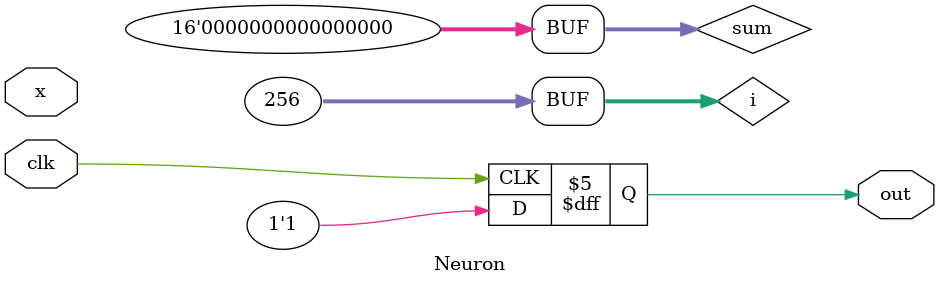
<source format=v>
module Neuron #
(
    parameter [255:0] k = 256'b0,
    parameter signed [15:0] b = 8'd0 
)(
    input clk,
    input  [255:0] x,
    output reg out
);

integer i;
reg signed [15:0] sum;

always @(*) begin
    sum = 0;
    for (i = 0; i < 256; i = i + 1) begin
        if (k[i])
            sum = sum + (x[i] ? 16'sd1 : -16'sd1);
    end
end

always @(posedge clk) out <= (sum >= b);

endmodule

</source>
